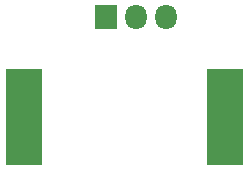
<source format=gbs>
G04 #@! TF.FileFunction,Soldermask,Bot*
%FSLAX46Y46*%
G04 Gerber Fmt 4.6, Leading zero omitted, Abs format (unit mm)*
G04 Created by KiCad (PCBNEW 4.0.4-stable) date Thu Oct 20 22:10:56 2016*
%MOMM*%
%LPD*%
G01*
G04 APERTURE LIST*
%ADD10C,0.100000*%
%ADD11R,1.827200X2.132000*%
%ADD12O,1.827200X2.132000*%
%ADD13R,3.100000X8.100000*%
G04 APERTURE END LIST*
D10*
D11*
X146960000Y-96500000D03*
D12*
X149500000Y-96500000D03*
X152040000Y-96500000D03*
D13*
X140000000Y-105000000D03*
X157000000Y-105000000D03*
M02*

</source>
